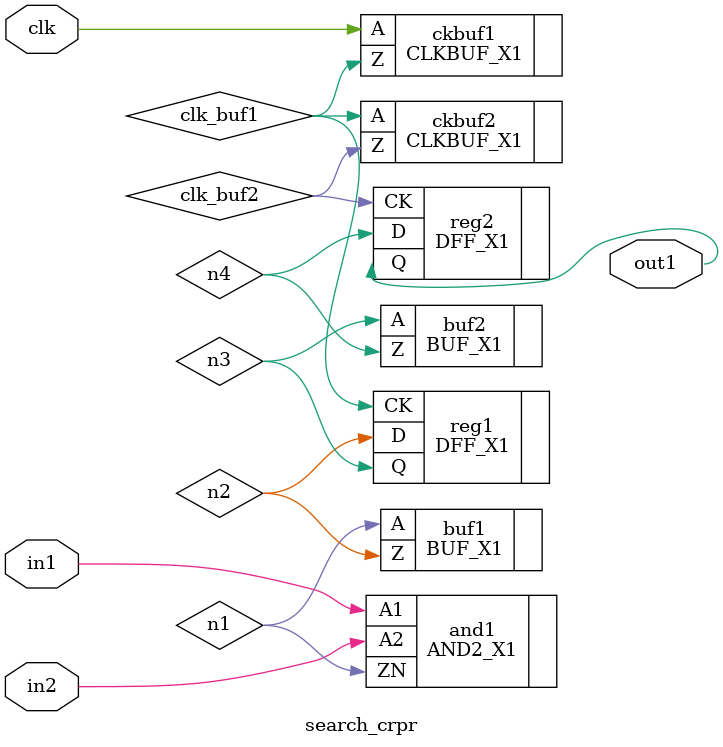
<source format=v>
module search_crpr (clk, in1, in2, out1);
  input clk, in1, in2;
  output out1;
  wire n1, n2, n3, n4, clk_buf1, clk_buf2;

  // Clock tree with reconvergence
  CLKBUF_X1 ckbuf1 (.A(clk), .Z(clk_buf1));
  CLKBUF_X1 ckbuf2 (.A(clk_buf1), .Z(clk_buf2));

  // Combinational logic
  AND2_X1 and1 (.A1(in1), .A2(in2), .ZN(n1));
  BUF_X1 buf1 (.A(n1), .Z(n2));

  // Two registers sharing reconvergent clock tree
  DFF_X1 reg1 (.D(n2), .CK(clk_buf1), .Q(n3));
  BUF_X1 buf2 (.A(n3), .Z(n4));
  DFF_X1 reg2 (.D(n4), .CK(clk_buf2), .Q(out1));
endmodule

</source>
